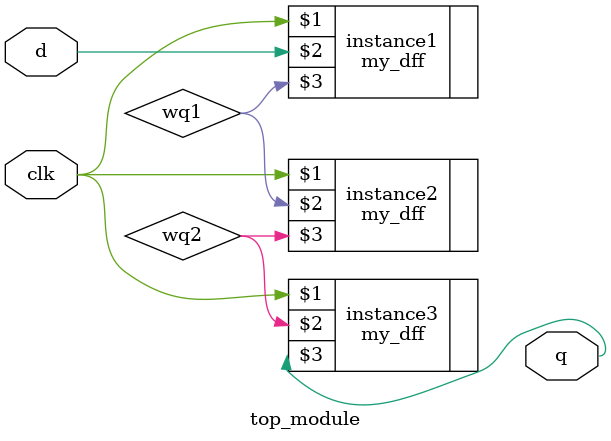
<source format=v>
module top_module(
    input clk,d,
    output q
);

wire wq1,wq2;



my_dff instance1(clk,d,wq1);
my_dff instance2(clk,wq1,wq2);
my_dff instance3(clk,wq2,q);




endmodule
</source>
